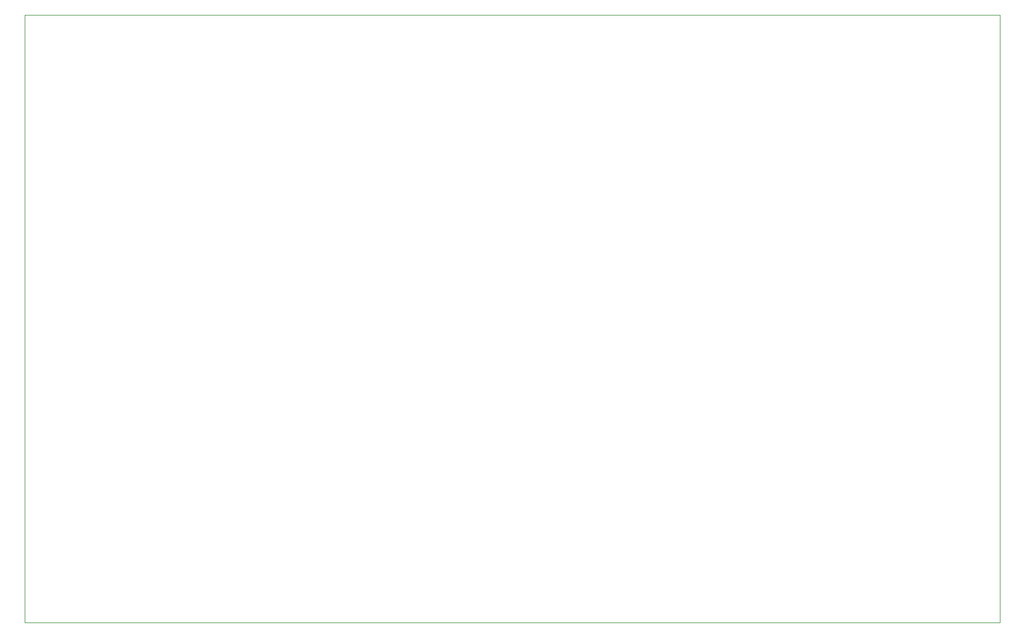
<source format=gbr>
G04*
G04 #@! TF.GenerationSoftware,Altium Limited,Altium Designer,22.4.2 (48)*
G04*
G04 Layer_Color=0*
%FSLAX25Y25*%
%MOIN*%
G70*
G04*
G04 #@! TF.SameCoordinates,783B880F-F190-4A79-90E1-06678E82802B*
G04*
G04*
G04 #@! TF.FilePolarity,Positive*
G04*
G01*
G75*
%ADD118C,0.00100*%
D118*
X0Y353000D02*
X566000D01*
Y0D01*
X0Y-0D01*
Y353000D01*
M02*

</source>
